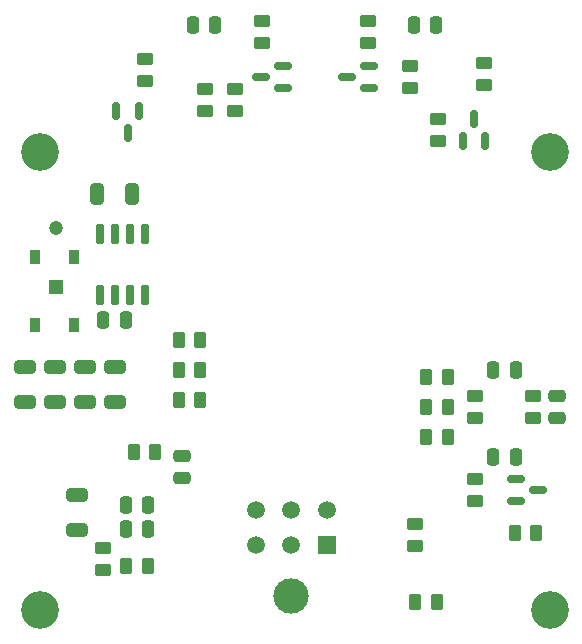
<source format=gbr>
%TF.GenerationSoftware,KiCad,Pcbnew,6.0.1-79c1e3a40b~116~ubuntu20.04.1*%
%TF.CreationDate,2022-01-23T15:23:12-08:00*%
%TF.ProjectId,led-ring-driver,6c65642d-7269-46e6-972d-647269766572,rev?*%
%TF.SameCoordinates,Original*%
%TF.FileFunction,Soldermask,Bot*%
%TF.FilePolarity,Negative*%
%FSLAX46Y46*%
G04 Gerber Fmt 4.6, Leading zero omitted, Abs format (unit mm)*
G04 Created by KiCad (PCBNEW 6.0.1-79c1e3a40b~116~ubuntu20.04.1) date 2022-01-23 15:23:12*
%MOMM*%
%LPD*%
G01*
G04 APERTURE LIST*
G04 Aperture macros list*
%AMRoundRect*
0 Rectangle with rounded corners*
0 $1 Rounding radius*
0 $2 $3 $4 $5 $6 $7 $8 $9 X,Y pos of 4 corners*
0 Add a 4 corners polygon primitive as box body*
4,1,4,$2,$3,$4,$5,$6,$7,$8,$9,$2,$3,0*
0 Add four circle primitives for the rounded corners*
1,1,$1+$1,$2,$3*
1,1,$1+$1,$4,$5*
1,1,$1+$1,$6,$7*
1,1,$1+$1,$8,$9*
0 Add four rect primitives between the rounded corners*
20,1,$1+$1,$2,$3,$4,$5,0*
20,1,$1+$1,$4,$5,$6,$7,0*
20,1,$1+$1,$6,$7,$8,$9,0*
20,1,$1+$1,$8,$9,$2,$3,0*%
G04 Aperture macros list end*
%ADD10C,3.200000*%
%ADD11C,2.999999*%
%ADD12R,1.520000X1.520000*%
%ADD13C,1.520000*%
%ADD14C,1.200000*%
%ADD15R,1.200000X1.200000*%
%ADD16RoundRect,0.250000X-0.450000X0.262500X-0.450000X-0.262500X0.450000X-0.262500X0.450000X0.262500X0*%
%ADD17RoundRect,0.250000X-0.262500X-0.450000X0.262500X-0.450000X0.262500X0.450000X-0.262500X0.450000X0*%
%ADD18RoundRect,0.250000X0.650000X-0.325000X0.650000X0.325000X-0.650000X0.325000X-0.650000X-0.325000X0*%
%ADD19RoundRect,0.150000X0.587500X0.150000X-0.587500X0.150000X-0.587500X-0.150000X0.587500X-0.150000X0*%
%ADD20R,0.900000X1.200000*%
%ADD21RoundRect,0.250000X0.262500X0.450000X-0.262500X0.450000X-0.262500X-0.450000X0.262500X-0.450000X0*%
%ADD22RoundRect,0.250000X-0.650000X0.325000X-0.650000X-0.325000X0.650000X-0.325000X0.650000X0.325000X0*%
%ADD23RoundRect,0.150000X-0.150000X0.587500X-0.150000X-0.587500X0.150000X-0.587500X0.150000X0.587500X0*%
%ADD24RoundRect,0.150000X0.150000X-0.587500X0.150000X0.587500X-0.150000X0.587500X-0.150000X-0.587500X0*%
%ADD25RoundRect,0.250000X-0.325000X-0.650000X0.325000X-0.650000X0.325000X0.650000X-0.325000X0.650000X0*%
%ADD26RoundRect,0.250000X0.250000X0.475000X-0.250000X0.475000X-0.250000X-0.475000X0.250000X-0.475000X0*%
%ADD27RoundRect,0.150000X-0.587500X-0.150000X0.587500X-0.150000X0.587500X0.150000X-0.587500X0.150000X0*%
%ADD28RoundRect,0.250000X-0.475000X0.250000X-0.475000X-0.250000X0.475000X-0.250000X0.475000X0.250000X0*%
%ADD29RoundRect,0.250000X-0.250000X-0.475000X0.250000X-0.475000X0.250000X0.475000X-0.250000X0.475000X0*%
%ADD30RoundRect,0.250000X0.450000X-0.262500X0.450000X0.262500X-0.450000X0.262500X-0.450000X-0.262500X0*%
%ADD31RoundRect,0.250000X0.475000X-0.250000X0.475000X0.250000X-0.475000X0.250000X-0.475000X-0.250000X0*%
%ADD32RoundRect,0.150000X-0.150000X0.725000X-0.150000X-0.725000X0.150000X-0.725000X0.150000X0.725000X0*%
G04 APERTURE END LIST*
D10*
%TO.C,*%
X173355000Y-79375000D03*
%TD*%
D11*
%TO.C,J1*%
X151493502Y-116963000D03*
D12*
X154493501Y-112643001D03*
D13*
X151493502Y-112643001D03*
X148493503Y-112643001D03*
X154493501Y-109643002D03*
X151493502Y-109643002D03*
X148493503Y-109643002D03*
%TD*%
D10*
%TO.C,*%
X173355000Y-118110000D03*
%TD*%
%TO.C,*%
X130175000Y-79375000D03*
%TD*%
D14*
%TO.C,C1*%
X131572000Y-85765000D03*
D15*
X131572000Y-90765000D03*
%TD*%
D10*
%TO.C,*%
X130175000Y-118110000D03*
%TD*%
D16*
%TO.C,R31*%
X146685000Y-74017500D03*
X146685000Y-75842500D03*
%TD*%
D17*
%TO.C,R34*%
X141962500Y-97790000D03*
X143787500Y-97790000D03*
%TD*%
D18*
%TO.C,C18*%
X133350000Y-111330000D03*
X133350000Y-108380000D03*
%TD*%
D19*
%TO.C,Q10*%
X150762500Y-72075000D03*
X150762500Y-73975000D03*
X148887500Y-73025000D03*
%TD*%
D20*
%TO.C,D23*%
X133095000Y-93980000D03*
X129795000Y-93980000D03*
%TD*%
D17*
%TO.C,R38*%
X137517500Y-114427000D03*
X139342500Y-114427000D03*
%TD*%
D21*
%TO.C,R23*%
X164742500Y-98425000D03*
X162917500Y-98425000D03*
%TD*%
%TO.C,R26*%
X163830000Y-117475000D03*
X162005000Y-117475000D03*
%TD*%
D22*
%TO.C,C17*%
X133985000Y-97585000D03*
X133985000Y-100535000D03*
%TD*%
D23*
%TO.C,Q11*%
X136692500Y-75897500D03*
X138592500Y-75897500D03*
X137642500Y-77772500D03*
%TD*%
D19*
%TO.C,Q9*%
X158043000Y-72075000D03*
X158043000Y-73975000D03*
X156168000Y-73025000D03*
%TD*%
D24*
%TO.C,Q8*%
X167891500Y-78407500D03*
X165991500Y-78407500D03*
X166941500Y-76532500D03*
%TD*%
D25*
%TO.C,C14*%
X135050000Y-82931000D03*
X138000000Y-82931000D03*
%TD*%
D22*
%TO.C,C20*%
X128905000Y-97585000D03*
X128905000Y-100535000D03*
%TD*%
D16*
%TO.C,R39*%
X135509000Y-112879500D03*
X135509000Y-114704500D03*
%TD*%
D26*
%TO.C,C7*%
X170495000Y-97790000D03*
X168595000Y-97790000D03*
%TD*%
D16*
%TO.C,R32*%
X144145000Y-74017500D03*
X144145000Y-75842500D03*
%TD*%
D26*
%TO.C,C8*%
X170495000Y-105156000D03*
X168595000Y-105156000D03*
%TD*%
D21*
%TO.C,R37*%
X139977500Y-104775000D03*
X138152500Y-104775000D03*
%TD*%
D27*
%TO.C,Q7*%
X170512500Y-108900000D03*
X170512500Y-107000000D03*
X172387500Y-107950000D03*
%TD*%
D16*
%TO.C,R17*%
X171958000Y-100052500D03*
X171958000Y-101877500D03*
%TD*%
D20*
%TO.C,D22*%
X133095000Y-88265000D03*
X129795000Y-88265000D03*
%TD*%
D16*
%TO.C,R30*%
X148971000Y-68302500D03*
X148971000Y-70127500D03*
%TD*%
%TO.C,R27*%
X161925000Y-110847500D03*
X161925000Y-112672500D03*
%TD*%
D26*
%TO.C,C10*%
X145060000Y-68580000D03*
X143160000Y-68580000D03*
%TD*%
D28*
%TO.C,C11*%
X142240000Y-105095000D03*
X142240000Y-106995000D03*
%TD*%
D26*
%TO.C,C9*%
X163770500Y-68580000D03*
X161870500Y-68580000D03*
%TD*%
D16*
%TO.C,R28*%
X161550500Y-72112500D03*
X161550500Y-73937500D03*
%TD*%
D22*
%TO.C,C16*%
X136525000Y-97585000D03*
X136525000Y-100535000D03*
%TD*%
D29*
%TO.C,C12*%
X137480000Y-109220000D03*
X139380000Y-109220000D03*
%TD*%
D21*
%TO.C,R33*%
X143787500Y-95250000D03*
X141962500Y-95250000D03*
%TD*%
D17*
%TO.C,R18*%
X170410500Y-111633000D03*
X172235500Y-111633000D03*
%TD*%
D21*
%TO.C,R24*%
X164742500Y-100965000D03*
X162917500Y-100965000D03*
%TD*%
D17*
%TO.C,R35*%
X141962500Y-100330000D03*
X143787500Y-100330000D03*
%TD*%
D16*
%TO.C,R22*%
X163893500Y-76557500D03*
X163893500Y-78382500D03*
%TD*%
D30*
%TO.C,R21*%
X167005000Y-108862500D03*
X167005000Y-107037500D03*
%TD*%
D16*
%TO.C,R36*%
X139065000Y-71477500D03*
X139065000Y-73302500D03*
%TD*%
D26*
%TO.C,C13*%
X139380000Y-111252000D03*
X137480000Y-111252000D03*
%TD*%
D29*
%TO.C,C15*%
X135575000Y-93599000D03*
X137475000Y-93599000D03*
%TD*%
D16*
%TO.C,R29*%
X157988000Y-68302500D03*
X157988000Y-70127500D03*
%TD*%
D22*
%TO.C,C19*%
X131445000Y-97585000D03*
X131445000Y-100535000D03*
%TD*%
D30*
%TO.C,R20*%
X167005000Y-101877500D03*
X167005000Y-100052500D03*
%TD*%
D16*
%TO.C,R19*%
X167830500Y-71858500D03*
X167830500Y-73683500D03*
%TD*%
D31*
%TO.C,C6*%
X173990000Y-101915000D03*
X173990000Y-100015000D03*
%TD*%
D17*
%TO.C,R25*%
X162917500Y-103505000D03*
X164742500Y-103505000D03*
%TD*%
D32*
%TO.C,U6*%
X135255000Y-86325000D03*
X136525000Y-86325000D03*
X137795000Y-86325000D03*
X139065000Y-86325000D03*
X139065000Y-91475000D03*
X137795000Y-91475000D03*
X136525000Y-91475000D03*
X135255000Y-91475000D03*
%TD*%
M02*

</source>
